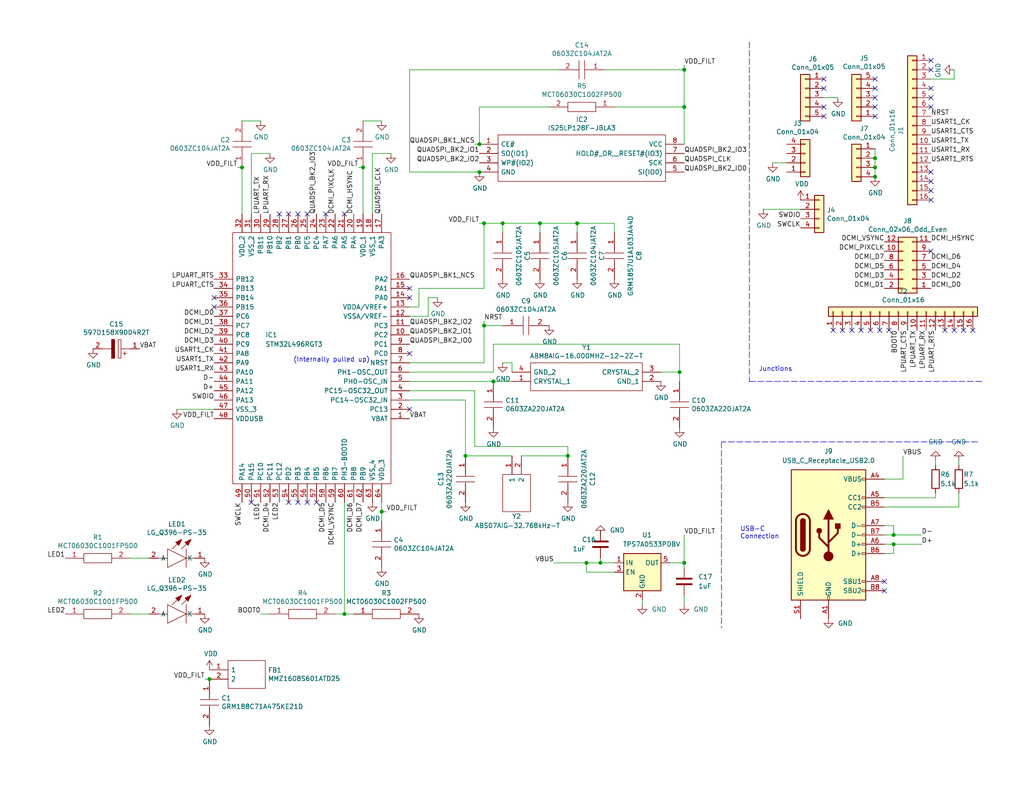
<source format=kicad_sch>
(kicad_sch (version 20211123) (generator eeschema)
  (paper "USLetter")
  (lib_symbols
    (symbol "Connector:USB_C_Receptacle_USB2.0" (pin_names (offset 1.016))
      (property "Reference" "J" (at -10.16 19.05 0))
      (property "Value" "USB_C_Receptacle_USB2.0" (at 19.05 19.05 0))
      (symbol "USB_C_Receptacle_USB2.0_1_1"
        (pin passive line (at 0 -22.86 90) (length 5.08) (name "GND") (number "A1"))
        (pin passive line (at 0 -22.86 90) (length 5.08) hide (name "GND") (number "A12"))
        (pin passive line (at 15.24 15.24 180) (length 5.08) (name "VBUS") (number "A4"))
        (pin bidirectional line (at 15.24 10.16 180) (length 5.08) (name "CC1") (number "A5"))
        (pin bidirectional line (at 15.24 -2.54 180) (length 5.08) (name "D+") (number "A6"))
        (pin bidirectional line (at 15.24 2.54 180) (length 5.08) (name "D-") (number "A7"))
        (pin bidirectional line (at 15.24 -12.7 180) (length 5.08) (name "SBU1") (number "A8"))
        (pin passive line (at 15.24 15.24 180) (length 5.08) hide (name "VBUS") (number "A9"))
        (pin passive line (at 0 -22.86 90) (length 5.08) hide (name "GND") (number "B1"))
        (pin passive line (at 0 -22.86 90) (length 5.08) hide (name "GND") (number "B12"))
        (pin passive line (at 15.24 15.24 180) (length 5.08) hide (name "VBUS") (number "B4"))
        (pin bidirectional line (at 15.24 7.62 180) (length 5.08) (name "CC2") (number "B5"))
        (pin bidirectional line (at 15.24 -5.08 180) (length 5.08) (name "D+") (number "B6"))
        (pin bidirectional line (at 15.24 0 180) (length 5.08) (name "D-") (number "B7"))
        (pin bidirectional line (at 15.24 -15.24 180) (length 5.08) (name "SBU2") (number "B8"))
        (pin passive line (at 15.24 15.24 180) (length 5.08) hide (name "VBUS") (number "B9"))
        (pin passive line (at -7.62 -22.86 90) (length 5.08) (name "SHIELD") (number "S1"))
      )
    )
    (symbol "Connector_Generic:Conn_01x04" (pin_names (offset 1.016) hide)
      (property "Reference" "J" (at 0 5.08 0))
      (property "Value" "Conn_01x04" (at 0 -7.62 0))
      (symbol "Conn_01x04_1_1"
        (pin passive line (at -5.08 2.54 0) (length 3.81) (name "Pin_1") (number "1"))
        (pin passive line (at -5.08 0 0) (length 3.81) (name "Pin_2") (number "2"))
        (pin passive line (at -5.08 -2.54 0) (length 3.81) (name "Pin_3") (number "3"))
        (pin passive line (at -5.08 -5.08 0) (length 3.81) (name "Pin_4") (number "4"))
      )
    )
    (symbol "Connector_Generic:Conn_01x05" (pin_names (offset 1.016) hide)
      (property "Reference" "J" (at 0 7.62 0))
      (property "Value" "Conn_01x05" (at 0 -7.62 0))
      (symbol "Conn_01x05_1_1"
        (pin passive line (at -5.08 5.08 0) (length 3.81) (name "Pin_1") (number "1"))
        (pin passive line (at -5.08 2.54 0) (length 3.81) (name "Pin_2") (number "2"))
        (pin passive line (at -5.08 0 0) (length 3.81) (name "Pin_3") (number "3"))
        (pin passive line (at -5.08 -2.54 0) (length 3.81) (name "Pin_4") (number "4"))
        (pin passive line (at -5.08 -5.08 0) (length 3.81) (name "Pin_5") (number "5"))
      )
    )
    (symbol "Connector_Generic:Conn_01x16" (pin_names (offset 1.016) hide)
      (property "Reference" "J" (at 0 20.32 0))
      (property "Value" "Conn_01x16" (at 0 -22.86 0))
      (symbol "Conn_01x16_1_1"
        (pin passive line (at -5.08 17.78 0) (length 3.81) (name "Pin_1") (number "1"))
        (pin passive line (at -5.08 -5.08 0) (length 3.81) (name "Pin_10") (number "10"))
        (pin passive line (at -5.08 -7.62 0) (length 3.81) (name "Pin_11") (number "11"))
        (pin passive line (at -5.08 -10.16 0) (length 3.81) (name "Pin_12") (number "12"))
        (pin passive line (at -5.08 -12.7 0) (length 3.81) (name "Pin_13") (number "13"))
        (pin passive line (at -5.08 -15.24 0) (length 3.81) (name "Pin_14") (number "14"))
        (pin passive line (at -5.08 -17.78 0) (length 3.81) (name "Pin_15") (number "15"))
        (pin passive line (at -5.08 -20.32 0) (length 3.81) (name "Pin_16") (number "16"))
        (pin passive line (at -5.08 15.24 0) (length 3.81) (name "Pin_2") (number "2"))
        (pin passive line (at -5.08 12.7 0) (length 3.81) (name "Pin_3") (number "3"))
        (pin passive line (at -5.08 10.16 0) (length 3.81) (name "Pin_4") (number "4"))
        (pin passive line (at -5.08 7.62 0) (length 3.81) (name "Pin_5") (number "5"))
        (pin passive line (at -5.08 5.08 0) (length 3.81) (name "Pin_6") (number "6"))
        (pin passive line (at -5.08 2.54 0) (length 3.81) (name "Pin_7") (number "7"))
        (pin passive line (at -5.08 0 0) (length 3.81) (name "Pin_8") (number "8"))
        (pin passive line (at -5.08 -2.54 0) (length 3.81) (name "Pin_9") (number "9"))
      )
    )
    (symbol "Connector_Generic:Conn_02x06_Odd_Even" (pin_names (offset 1.016) hide)
      (property "Reference" "J" (at 1.27 7.62 0))
      (property "Value" "Conn_02x06_Odd_Even" (at 1.27 -10.16 0))
      (symbol "Conn_02x06_Odd_Even_1_1"
        (pin passive line (at -5.08 5.08 0) (length 3.81) (name "Pin_1") (number "1"))
        (pin passive line (at 7.62 -5.08 180) (length 3.81) (name "Pin_10") (number "10"))
        (pin passive line (at -5.08 -7.62 0) (length 3.81) (name "Pin_11") (number "11"))
        (pin passive line (at 7.62 -7.62 180) (length 3.81) (name "Pin_12") (number "12"))
        (pin passive line (at 7.62 5.08 180) (length 3.81) (name "Pin_2") (number "2"))
        (pin passive line (at -5.08 2.54 0) (length 3.81) (name "Pin_3") (number "3"))
        (pin passive line (at 7.62 2.54 180) (length 3.81) (name "Pin_4") (number "4"))
        (pin passive line (at -5.08 0 0) (length 3.81) (name "Pin_5") (number "5"))
        (pin passive line (at 7.62 0 180) (length 3.81) (name "Pin_6") (number "6"))
        (pin passive line (at -5.08 -2.54 0) (length 3.81) (name "Pin_7") (number "7"))
        (pin passive line (at 7.62 -2.54 180) (length 3.81) (name "Pin_8") (number "8"))
        (pin passive line (at -5.08 -5.08 0) (length 3.81) (name "Pin_9") (number "9"))
      )
    )
    (symbol "Device:C" (pin_numbers hide) (pin_names (offset 0.254))
      (property "Reference" "C" (at 0.635 2.54 0))
      (property "Value" "C" (at 0.635 -2.54 0))
      (symbol "C_1_1"
        (pin passive line (at 0 3.81 270) (length 2.794) (name "~") (number "1"))
        (pin passive line (at 0 -3.81 90) (length 2.794) (name "~") (number "2"))
      )
    )
    (symbol "Device:R" (pin_numbers hide) (pin_names (offset 0))
      (property "Reference" "R" (at 2.032 0 90))
      (property "Value" "R" (at 0 0 90))
      (symbol "R_1_1"
        (pin passive line (at 0 3.81 270) (length 1.27) (name "~") (number "1"))
        (pin passive line (at 0 -3.81 90) (length 1.27) (name "~") (number "2"))
      )
    )
    (symbol "Regulator_Linear:TPS7A0533PDBV"
      (property "Reference" "U" (at -3.81 6.35 0))
      (property "Value" "TPS7A0533PDBV" (at 6.35 6.35 0))
      (symbol "TPS7A0533PDBV_0_1"
        (pin power_in line (at -7.62 2.54 0) (length 2.54) (name "IN") (number "1"))
        (pin power_in line (at 0 -7.62 90) (length 2.54) (name "GND") (number "2"))
        (pin input line (at -7.62 0 0) (length 2.54) (name "EN") (number "3"))
        (pin no_connect line (at 5.08 0 180) (length 2.54) hide (name "NC") (number "4"))
        (pin power_out line (at 7.62 2.54 180) (length 2.54) (name "OUT") (number "5"))
      )
    )
    (symbol "power:GND" (power) (pin_names (offset 0))
      (property "Value" "GND" (at 0 -3.81 0))
      (symbol "GND_1_1"
        (pin power_in line (at 0 0 270) (length 0) hide (name "GND") (number "1"))
      )
    )
    (symbol "power:VDD" (power) (pin_names (offset 0))
      (property "Value" "VDD" (at 0 3.81 0))
      (symbol "VDD_1_1"
        (pin power_in line (at 0 0 90) (length 0) hide (name "VDD") (number "1"))
      )
    )
    (symbol "ta-expt:0603ZA220JAT2A" (pin_names (offset 0.762))
      (property "Reference" "C" (at 8.89 6.35 0))
      (property "Value" "0603ZA220JAT2A" (at 8.89 3.81 0))
      (symbol "0603ZA220JAT2A_0_0"
        (pin passive line (at 0 0 0) (length 5.08) (name "~") (number "1"))
        (pin passive line (at 12.7 0 180) (length 5.08) (name "~") (number "2"))
      )
    )
    (symbol "ta-expt:0603ZC104JAT2A" (pin_names (offset 0.762))
      (property "Reference" "C" (at 8.89 6.35 0))
      (property "Value" "0603ZC104JAT2A" (at 8.89 3.81 0))
      (symbol "0603ZC104JAT2A_0_0"
        (pin passive line (at 0 0 0) (length 5.08) (name "~") (number "1"))
        (pin passive line (at 12.7 0 180) (length 5.08) (name "~") (number "2"))
      )
    )
    (symbol "ta-expt:0603ZC105JAT2A" (pin_names (offset 0.762))
      (property "Reference" "C" (at 8.89 6.35 0))
      (property "Value" "0603ZC105JAT2A" (at 8.89 3.81 0))
      (symbol "0603ZC105JAT2A_0_0"
        (pin passive line (at 0 0 0) (length 5.08) (name "~") (number "1"))
        (pin passive line (at 12.7 0 180) (length 5.08) (name "~") (number "2"))
      )
    )
    (symbol "ta-expt:597D158X9004R2T" (pin_names (offset 0.762))
      (property "Reference" "C" (at 8.89 6.35 0))
      (property "Value" "597D158X9004R2T" (at 8.89 3.81 0))
      (symbol "597D158X9004R2T_0_0"
        (pin passive line (at 0 0 0) (length 2.54) (name "~") (number "1"))
        (pin passive line (at 12.7 0 180) (length 2.54) (name "~") (number "2"))
      )
    )
    (symbol "ta-expt:ABM8AIG-16.000MHZ-12-2Z-T" (pin_names (offset 0.762))
      (property "Reference" "Y" (at 36.83 7.62 0))
      (property "Value" "ABM8AIG-16.000MHZ-12-2Z-T" (at 36.83 5.08 0))
      (symbol "ABM8AIG-16.000MHZ-12-2Z-T_0_0"
        (pin passive line (at 0 -2.54 0) (length 5.08) (name "CRYSTAL_1") (number "1"))
        (pin passive line (at 40.64 -2.54 180) (length 5.08) (name "GND_1") (number "2"))
        (pin passive line (at 40.64 0 180) (length 5.08) (name "CRYSTAL_2") (number "3"))
        (pin passive line (at 0 0 0) (length 5.08) (name "GND_2") (number "4"))
      )
    )
    (symbol "ta-expt:ABS07AIG-32.768kHz-T" (pin_names (offset 0.762))
      (property "Reference" "Y" (at 16.51 7.62 0))
      (property "Value" "ABS07AIG-32.768kHz-T" (at 16.51 5.08 0))
      (symbol "ABS07AIG-32.768kHz-T_0_0"
        (pin passive line (at 0 0 0) (length 5.08) (name "1") (number "1"))
        (pin passive line (at 0 -2.54 0) (length 5.08) (name "2") (number "2"))
      )
    )
    (symbol "ta-expt:GRM1857U1A103JA44D" (pin_names (offset 0.762))
      (property "Reference" "C" (at 8.89 6.35 0))
      (property "Value" "GRM1857U1A103JA44D" (at 8.89 3.81 0))
      (symbol "GRM1857U1A103JA44D_0_0"
        (pin passive line (at 0 0 0) (length 5.08) (name "~") (number "1"))
        (pin passive line (at 12.7 0 180) (length 5.08) (name "~") (number "2"))
      )
    )
    (symbol "ta-expt:GRM188C71A475KE21D" (pin_names (offset 0.762))
      (property "Reference" "C" (at 8.89 6.35 0))
      (property "Value" "GRM188C71A475KE21D" (at 8.89 3.81 0))
      (symbol "GRM188C71A475KE21D_0_0"
        (pin passive line (at 0 0 0) (length 5.08) (name "~") (number "1"))
        (pin passive line (at 12.7 0 180) (length 5.08) (name "~") (number "2"))
      )
    )
    (symbol "ta-expt:IS25LP128F-JBLA3" (pin_names (offset 0.762))
      (property "Reference" "IC" (at 52.07 7.62 0))
      (property "Value" "IS25LP128F-JBLA3" (at 52.07 5.08 0))
      (symbol "IS25LP128F-JBLA3_0_0"
        (pin passive line (at 0 0 0) (length 5.08) (name "CE#") (number "1"))
        (pin passive line (at 0 -2.54 0) (length 5.08) (name "SO(IO1)") (number "2"))
        (pin passive line (at 0 -5.08 0) (length 5.08) (name "WP#(IO2)") (number "3"))
        (pin passive line (at 0 -7.62 0) (length 5.08) (name "GND") (number "4"))
        (pin passive line (at 55.88 -7.62 180) (length 5.08) (name "SI(IO0)") (number "5"))
        (pin passive line (at 55.88 -5.08 180) (length 5.08) (name "SCK") (number "6"))
        (pin passive line (at 55.88 -2.54 180) (length 5.08) (name "HOLD#_OR__RESET#(IO3)") (number "7"))
        (pin passive line (at 55.88 0 180) (length 5.08) (name "VCC") (number "8"))
      )
    )
    (symbol "ta-expt:LG_Q396-PS-35" (pin_names (offset 0.762))
      (property "Reference" "LED" (at 12.7 8.89 0))
      (property "Value" "LG_Q396-PS-35" (at 12.7 6.35 0))
      (symbol "LG_Q396-PS-35_0_0"
        (pin passive line (at 0 0 0) (length 2.54) (name "K") (number "1"))
        (pin passive line (at 15.24 0 180) (length 2.54) (name "A") (number "2"))
      )
    )
    (symbol "ta-expt:MCT06030C1001FP500" (pin_names (offset 0.762))
      (property "Reference" "R" (at 13.97 6.35 0))
      (property "Value" "MCT06030C1001FP500" (at 13.97 3.81 0))
      (symbol "MCT06030C1001FP500_0_0"
        (pin passive line (at 0 0 0) (length 5.08) (name "~") (number "1"))
        (pin passive line (at 17.78 0 180) (length 5.08) (name "~") (number "2"))
      )
    )
    (symbol "ta-expt:MCT06030C1002FP500" (pin_names (offset 0.762))
      (property "Reference" "R" (at 13.97 6.35 0))
      (property "Value" "MCT06030C1002FP500" (at 13.97 3.81 0))
      (symbol "MCT06030C1002FP500_0_0"
        (pin passive line (at 0 0 0) (length 5.08) (name "~") (number "1"))
        (pin passive line (at 17.78 0 180) (length 5.08) (name "~") (number "2"))
      )
    )
    (symbol "ta-expt:MMZ1608S601ATD25" (pin_names (offset 0.762))
      (property "Reference" "FB" (at 16.51 7.62 0))
      (property "Value" "MMZ1608S601ATD25" (at 16.51 5.08 0))
      (symbol "MMZ1608S601ATD25_0_0"
        (pin passive line (at 0 0 0) (length 5.08) (name "1") (number "1"))
        (pin passive line (at 0 -2.54 0) (length 5.08) (name "2") (number "2"))
      )
    )
    (symbol "ta-expt:STM32L496RGT3" (pin_names (offset 0.762))
      (property "Reference" "IC" (at 49.53 22.86 0))
      (property "Value" "STM32L496RGT3" (at 49.53 20.32 0))
      (symbol "STM32L496RGT3_0_0"
        (pin passive line (at 0 0 0) (length 5.08) (name "VBAT") (number "1"))
        (pin passive line (at 0 -22.86 0) (length 5.08) (name "PC2") (number "10"))
        (pin passive line (at 0 -25.4 0) (length 5.08) (name "PC3") (number "11"))
        (pin passive line (at 0 -27.94 0) (length 5.08) (name "VSSA/VREF-") (number "12"))
        (pin passive line (at 0 -30.48 0) (length 5.08) (name "VDDA/VREF+") (number "13"))
        (pin passive line (at 0 -33.02 0) (length 5.08) (name "PA0") (number "14"))
        (pin passive line (at 0 -35.56 0) (length 5.08) (name "PA1") (number "15"))
        (pin passive line (at 0 -38.1 0) (length 5.08) (name "PA2") (number "16"))
        (pin passive line (at 7.62 -55.88 90) (length 5.08) (name "PA3") (number "17"))
        (pin passive line (at 10.16 -55.88 90) (length 5.08) (name "VSS_1") (number "18"))
        (pin passive line (at 12.7 -55.88 90) (length 5.08) (name "VDD_1") (number "19"))
        (pin passive line (at 0 -2.54 0) (length 5.08) (name "PC13") (number "2"))
        (pin passive line (at 15.24 -55.88 90) (length 5.08) (name "PA4") (number "20"))
        (pin passive line (at 17.78 -55.88 90) (length 5.08) (name "PA5") (number "21"))
        (pin passive line (at 20.32 -55.88 90) (length 5.08) (name "PA6") (number "22"))
        (pin passive line (at 22.86 -55.88 90) (length 5.08) (name "PA7") (number "23"))
        (pin passive line (at 25.4 -55.88 90) (length 5.08) (name "PC4") (number "24"))
        (pin passive line (at 27.94 -55.88 90) (length 5.08) (name "PC5") (number "25"))
        (pin passive line (at 30.48 -55.88 90) (length 5.08) (name "PB0") (number "26"))
        (pin passive line (at 33.02 -55.88 90) (length 5.08) (name "PB1") (number "27"))
        (pin passive line (at 35.56 -55.88 90) (length 5.08) (name "PB2") (number "28"))
        (pin passive line (at 38.1 -55.88 90) (length 5.08) (name "PB10") (number "29"))
        (pin passive line (at 0 -5.08 0) (length 5.08) (name "PC14-OSC32_IN") (number "3"))
        (pin passive line (at 40.64 -55.88 90) (length 5.08) (name "PB11") (number "30"))
        (pin passive line (at 43.18 -55.88 90) (length 5.08) (name "VSS_2") (number "31"))
        (pin passive line (at 45.72 -55.88 90) (length 5.08) (name "VDD_2") (number "32"))
        (pin passive line (at 53.34 -38.1 180) (length 5.08) (name "PB12") (number "33"))
        (pin passive line (at 53.34 -35.56 180) (length 5.08) (name "PB13") (number "34"))
        (pin passive line (at 53.34 -33.02 180) (length 5.08) (name "PB14") (number "35"))
        (pin passive line (at 53.34 -30.48 180) (length 5.08) (name "PB15") (number "36"))
        (pin passive line (at 53.34 -27.94 180) (length 5.08) (name "PC6") (number "37"))
        (pin passive line (at 53.34 -25.4 180) (length 5.08) (name "PC7") (number "38"))
        (pin passive line (at 53.34 -22.86 180) (length 5.08) (name "PC8") (number "39"))
        (pin passive line (at 0 -7.62 0) (length 5.08) (name "PC15-OSC32_OUT") (number "4"))
        (pin passive line (at 53.34 -20.32 180) (length 5.08) (name "PC9") (number "40"))
        (pin passive line (at 53.34 -17.78 180) (length 5.08) (name "PA8") (number "41"))
        (pin passive line (at 53.34 -15.24 180) (length 5.08) (name "PA9") (number "42"))
        (pin passive line (at 53.34 -12.7 180) (length 5.08) (name "PA10") (number "43"))
        (pin passive line (at 53.34 -10.16 180) (length 5.08) (name "PA11") (number "44"))
        (pin passive line (at 53.34 -7.62 180) (length 5.08) (name "PA12") (number "45"))
        (pin passive line (at 53.34 -5.08 180) (length 5.08) (name "PA13") (number "46"))
        (pin passive line (at 53.34 -2.54 180) (length 5.08) (name "VSS_3") (number "47"))
        (pin passive line (at 53.34 0 180) (length 5.08) (name "VDDUSB") (number "48"))
        (pin passive line (at 45.72 22.86 270) (length 5.08) (name "PA14") (number "49"))
        (pin passive line (at 0 -10.16 0) (length 5.08) (name "PH0-OSC_IN") (number "5"))
        (pin passive line (at 43.18 22.86 270) (length 5.08) (name "PA15") (number "50"))
        (pin passive line (at 40.64 22.86 270) (length 5.08) (name "PC10") (number "51"))
        (pin passive line (at 38.1 22.86 270) (length 5.08) (name "PC11") (number "52"))
        (pin passive line (at 35.56 22.86 270) (length 5.08) (name "PC12") (number "53"))
        (pin passive line (at 33.02 22.86 270) (length 5.08) (name "PD2") (number "54"))
        (pin passive line (at 30.48 22.86 270) (length 5.08) (name "PB3") (number "55"))
        (pin passive line (at 27.94 22.86 270) (length 5.08) (name "PB4") (number "56"))
        (pin passive line (at 25.4 22.86 270) (length 5.08) (name "PB5") (number "57"))
        (pin passive line (at 22.86 22.86 270) (length 5.08) (name "PB6") (number "58"))
        (pin passive line (at 20.32 22.86 270) (length 5.08) (name "PB7") (number "59"))
        (pin passive line (at 0 -12.7 0) (length 5.08) (name "PH1-OSC_OUT") (number "6"))
        (pin passive line (at 17.78 22.86 270) (length 5.08) (name "PH3-BOOT0") (number "60"))
        (pin passive line (at 15.24 22.86 270) (length 5.08) (name "PB8") (number "61"))
        (pin passive line (at 12.7 22.86 270) (length 5.08) (name "PB9") (number "62"))
        (pin passive line (at 10.16 22.86 270) (length 5.08) (name "VSS_4") (number "63"))
        (pin passive line (at 7.62 22.86 270) (length 5.08) (name "VDD_3") (number "64"))
        (pin passive line (at 0 -15.24 0) (length 5.08) (name "NRST") (number "7"))
        (pin passive line (at 0 -17.78 0) (length 5.08) (name "PC0") (number "8"))
        (pin passive line (at 0 -20.32 0) (length 5.08) (name "PC1") (number "9"))
      )
    )
  )
  (junction (at 127 124.46))
  (junction (at 93.98 167.64))
  (junction (at 163.83 153.67))
  (junction (at 134.62 104.14))
  (junction (at 130.81 39.37))
  (junction (at 147.32 60.96))
  (junction (at 132.08 60.96))
  (junction (at 132.08 88.9))
  (junction (at 57.15 185.42))
  (junction (at 99.06 45.72))
  (junction (at 243.84 146.05))
  (junction (at 238.76 48.26))
  (junction (at 137.16 60.96))
  (junction (at 185.42 101.6))
  (junction (at 160.02 153.67))
  (junction (at 130.81 46.99))
  (junction (at 238.76 45.72))
  (junction (at 238.76 43.18))
  (junction (at 186.69 153.67))
  (junction (at 66.04 45.72))
  (junction (at 243.84 148.59))
  (junction (at 157.48 60.96))
  (junction (at 186.69 19.05))
  (junction (at 154.94 124.46))
  (junction (at 104.14 139.7))
  (junction (at 186.69 29.21))
  (no_connect (at 76.2 58.42))
  (no_connect (at 242.57 90.17))
  (no_connect (at 254 68.58))
  (no_connect (at 262.89 90.17))
  (no_connect (at 254 49.53))
  (no_connect (at 88.9 58.42))
  (no_connect (at 254 26.67))
  (no_connect (at 78.74 137.16))
  (no_connect (at 238.76 21.59))
  (no_connect (at 238.76 31.75))
  (no_connect (at 240.03 90.17))
  (no_connect (at 265.43 90.17))
  (no_connect (at 234.95 90.17))
  (no_connect (at 83.82 58.42))
  (no_connect (at 232.41 90.17))
  (no_connect (at 224.79 31.75))
  (no_connect (at 224.79 24.13))
  (no_connect (at 86.36 137.16))
  (no_connect (at 58.42 81.28))
  (no_connect (at 111.76 81.28))
  (no_connect (at 254 29.21))
  (no_connect (at 254 16.51))
  (no_connect (at 58.42 83.82))
  (no_connect (at 241.3 161.29))
  (no_connect (at 241.3 158.75))
  (no_connect (at 81.28 58.42))
  (no_connect (at 81.28 137.16))
  (no_connect (at 237.49 90.17))
  (no_connect (at 227.33 90.17))
  (no_connect (at 68.58 137.16))
  (no_connect (at 111.76 111.76))
  (no_connect (at 260.35 90.17))
  (no_connect (at 78.74 58.42))
  (no_connect (at 254 46.99))
  (no_connect (at 224.79 29.21))
  (no_connect (at 111.76 96.52))
  (no_connect (at 238.76 26.67))
  (no_connect (at 93.98 58.42))
  (no_connect (at 254 54.61))
  (no_connect (at 257.81 90.17))
  (no_connect (at 224.79 21.59))
  (no_connect (at 254 24.13))
  (no_connect (at 229.87 90.17))
  (no_connect (at 254 19.05))
  (no_connect (at 83.82 137.16))
  (no_connect (at 111.76 78.74))
  (no_connect (at 238.76 24.13))
  (no_connect (at 238.76 29.21))
  (no_connect (at 254 52.07))
  (wire (pts (xy 238.76 48.26) (xy 238.76 45.72)))
  (wire (pts (xy 137.16 88.9) (xy 132.08 88.9)))
  (wire (pts (xy 208.28 57.15) (xy 218.44 57.15)))
  (wire (pts (xy 185.42 93.98) (xy 185.42 101.6)))
  (wire (pts (xy 111.76 46.99) (xy 111.76 19.05)))
  (wire (pts (xy 243.84 148.59) (xy 251.46 148.59)))
  (wire (pts (xy 99.06 33.02) (xy 104.14 33.02)))
  (wire (pts (xy 132.08 60.96) (xy 132.08 78.74)))
  (wire (pts (xy 71.12 167.64) (xy 73.66 167.64)))
  (wire (pts (xy 132.08 88.9) (xy 132.08 99.06)))
  (wire (pts (xy 186.69 153.67) (xy 186.69 154.94)))
  (wire (pts (xy 160.02 156.21) (xy 160.02 153.67)))
  (wire (pts (xy 57.15 185.42) (xy 55.88 185.42)))
  (wire (pts (xy 137.16 99.06) (xy 139.7 99.06)))
  (polyline (pts (xy 196.85 120.65) (xy 196.85 171.45)))
  (wire (pts (xy 180.34 101.6) (xy 185.42 101.6)))
  (wire (pts (xy 111.76 99.06) (xy 132.08 99.06)))
  (wire (pts (xy 134.62 104.14) (xy 139.7 104.14)))
  (wire (pts (xy 167.64 156.21) (xy 160.02 156.21)))
  (wire (pts (xy 137.16 60.96) (xy 147.32 60.96)))
  (wire (pts (xy 130.81 39.37) (xy 129.54 39.37)))
  (polyline (pts (xy 204.47 104.14) (xy 267.97 104.14)))
  (wire (pts (xy 66.04 58.42) (xy 66.04 45.72)))
  (wire (pts (xy 154.94 121.92) (xy 154.94 124.46)))
  (wire (pts (xy 243.84 146.05) (xy 251.46 146.05)))
  (wire (pts (xy 101.6 41.91) (xy 106.68 41.91)))
  (wire (pts (xy 134.62 93.98) (xy 185.42 93.98)))
  (wire (pts (xy 111.76 83.82) (xy 114.3 83.82)))
  (wire (pts (xy 255.27 125.73) (xy 255.27 127)))
  (wire (pts (xy 99.06 58.42) (xy 99.06 45.72)))
  (wire (pts (xy 241.3 130.81) (xy 246.38 130.81)))
  (wire (pts (xy 186.69 19.05) (xy 186.69 29.21)))
  (wire (pts (xy 91.44 167.64) (xy 93.98 167.64)))
  (wire (pts (xy 255.27 135.89) (xy 255.27 134.62)))
  (wire (pts (xy 104.14 137.16) (xy 104.14 139.7)))
  (wire (pts (xy 111.76 19.05) (xy 152.4 19.05)))
  (wire (pts (xy 68.58 41.91) (xy 73.66 41.91)))
  (wire (pts (xy 111.76 86.36) (xy 116.84 86.36)))
  (wire (pts (xy 35.56 167.64) (xy 40.64 167.64)))
  (wire (pts (xy 111.76 104.14) (xy 134.62 104.14)))
  (wire (pts (xy 111.76 106.68) (xy 129.54 106.68)))
  (wire (pts (xy 186.69 146.05) (xy 186.69 153.67)))
  (wire (pts (xy 186.69 39.37) (xy 186.69 29.21)))
  (wire (pts (xy 238.76 43.18) (xy 238.76 40.64)))
  (wire (pts (xy 114.3 83.82) (xy 114.3 78.74)))
  (wire (pts (xy 261.62 125.73) (xy 261.62 127)))
  (wire (pts (xy 241.3 135.89) (xy 255.27 135.89)))
  (wire (pts (xy 175.26 165.1) (xy 175.26 163.83)))
  (wire (pts (xy 130.81 46.99) (xy 111.76 46.99)))
  (wire (pts (xy 246.38 130.81) (xy 246.38 124.46)))
  (wire (pts (xy 167.64 60.96) (xy 167.64 63.5)))
  (wire (pts (xy 93.98 137.16) (xy 93.98 167.64)))
  (wire (pts (xy 228.6 26.67) (xy 224.79 26.67)))
  (wire (pts (xy 127 109.22) (xy 127 124.46)))
  (wire (pts (xy 127 124.46) (xy 139.7 124.46)))
  (wire (pts (xy 241.3 151.13) (xy 243.84 151.13)))
  (wire (pts (xy 114.3 78.74) (xy 132.08 78.74)))
  (polyline (pts (xy 266.7 120.65) (xy 196.85 120.65)))
  (wire (pts (xy 163.83 153.67) (xy 167.64 153.67)))
  (wire (pts (xy 134.62 101.6) (xy 134.62 93.98)))
  (wire (pts (xy 241.3 148.59) (xy 243.84 148.59)))
  (wire (pts (xy 163.83 144.78) (xy 163.83 146.05)))
  (wire (pts (xy 66.04 33.02) (xy 71.12 33.02)))
  (wire (pts (xy 186.69 29.21) (xy 167.64 29.21)))
  (wire (pts (xy 157.48 63.5) (xy 157.48 60.96)))
  (wire (pts (xy 111.76 101.6) (xy 134.62 101.6)))
  (wire (pts (xy 137.16 63.5) (xy 137.16 60.96)))
  (wire (pts (xy 35.56 152.4) (xy 40.64 152.4)))
  (wire (pts (xy 185.42 101.6) (xy 185.42 104.14)))
  (wire (pts (xy 254 21.59) (xy 260.35 21.59)))
  (wire (pts (xy 142.24 124.46) (xy 154.94 124.46)))
  (wire (pts (xy 147.32 60.96) (xy 157.48 60.96)))
  (wire (pts (xy 214.63 44.45) (xy 210.82 44.45)))
  (wire (pts (xy 147.32 63.5) (xy 147.32 60.96)))
  (wire (pts (xy 182.88 153.67) (xy 186.69 153.67)))
  (wire (pts (xy 139.7 99.06) (xy 139.7 101.6)))
  (wire (pts (xy 129.54 121.92) (xy 154.94 121.92)))
  (wire (pts (xy 163.83 152.4) (xy 163.83 153.67)))
  (wire (pts (xy 58.42 111.76) (xy 48.26 111.76)))
  (wire (pts (xy 160.02 153.67) (xy 163.83 153.67)))
  (wire (pts (xy 132.08 87.63) (xy 132.08 88.9)))
  (wire (pts (xy 151.13 153.67) (xy 160.02 153.67)))
  (wire (pts (xy 66.04 45.72) (xy 64.77 45.72)))
  (wire (pts (xy 116.84 81.28) (xy 119.38 81.28)))
  (wire (pts (xy 130.81 29.21) (xy 149.86 29.21)))
  (wire (pts (xy 238.76 45.72) (xy 238.76 43.18)))
  (wire (pts (xy 99.06 45.72) (xy 97.79 45.72)))
  (wire (pts (xy 104.14 142.24) (xy 104.14 139.7)))
  (wire (pts (xy 130.81 39.37) (xy 130.81 29.21)))
  (wire (pts (xy 261.62 138.43) (xy 261.62 134.62)))
  (wire (pts (xy 116.84 86.36) (xy 116.84 81.28)))
  (wire (pts (xy 241.3 143.51) (xy 243.84 143.51)))
  (wire (pts (xy 129.54 106.68) (xy 129.54 121.92)))
  (wire (pts (xy 132.08 60.96) (xy 137.16 60.96)))
  (wire (pts (xy 243.84 148.59) (xy 243.84 151.13)))
  (polyline (pts (xy 204.47 11.43) (xy 204.47 104.14)))
  (wire (pts (xy 104.14 139.7) (xy 105.41 139.7)))
  (wire (pts (xy 260.35 21.59) (xy 260.35 19.05)))
  (wire (pts (xy 101.6 58.42) (xy 101.6 41.91)))
  (wire (pts (xy 93.98 167.64) (xy 96.52 167.64)))
  (wire (pts (xy 243.84 146.05) (xy 241.3 146.05)))
  (wire (pts (xy 157.48 60.96) (xy 167.64 60.96)))
  (wire (pts (xy 241.3 138.43) (xy 261.62 138.43)))
  (wire (pts (xy 111.76 109.22) (xy 127 109.22)))
  (wire (pts (xy 68.58 58.42) (xy 68.58 41.91)))
  (wire (pts (xy 165.1 19.05) (xy 186.69 19.05)))
  (wire (pts (xy 186.69 165.1) (xy 186.69 162.56)))
  (wire (pts (xy 132.08 60.96) (xy 130.81 60.96)))
  (wire (pts (xy 186.69 19.05) (xy 186.69 17.78)))
  (wire (pts (xy 243.84 143.51) (xy 243.84 146.05)))
  (text "Junctions" (at 207.01 101.6 0) (effects (font (size 1.27 1.27)) (justify left bottom)))
  (text "(Internally pulled up)" (at 80.01 99.06 0) (effects (font (size 1.27 1.27)) (justify left bottom)))
  (text "USB-C \nConnection" (at 201.93 147.32 0) (effects (font (size 1.27 1.27)) (justify left bottom)))
  (label "LPUART_TX" (at 250.19 90.17 270))
  (label "USART1_CK" (at 58.42 96.52 180))
  (label "D-" (at 251.46 146.05 0))
  (label "SWCLK" (at 66.04 137.16 270))
  (label "QUADSPI_BK2_IO1" (at 130.81 41.91 180))
  (label "NRST" (at 132.08 87.63 0))
  (label "USART1_CTS" (at 254 36.83 0))
  (label "DCMI_D0" (at 254 78.74 0))
  (label "DCMI_D6" (at 254 71.12 0))
  (label "VBUS" (at 246.38 124.46 0))
  (label "USART1_RX" (at 254 41.91 0))
  (label "DCMI_D2" (at 254 76.2 0))
  (label "VDD_FILT" (at 55.88 185.42 180))
  (label "NRST" (at 254 31.75 0))
  (label "DCMI_D1" (at 241.3 78.74 180))
  (label "QUADSPI_BK2_IO2" (at 111.76 88.9 0))
  (label "DCMI_PIXCLK" (at 241.3 68.58 180))
  (label "DCMI_D4" (at 73.66 137.16 270))
  (label "QUADSPI_CLK" (at 104.14 58.42 90))
  (label "QUADSPI_BK1_NCS" (at 111.76 76.2 0))
  (label "DCMI_D3" (at 241.3 76.2 180))
  (label "DCMI_D6" (at 96.52 137.16 270))
  (label "LED2" (at 17.78 167.64 180))
  (label "D+" (at 251.46 148.59 0))
  (label "DCMI_HSYNC" (at 96.52 58.42 90))
  (label "LPUART_RX" (at 252.73 90.17 270))
  (label "LPUART_RX" (at 73.66 58.42 90))
  (label "LED1" (at 71.12 137.16 270))
  (label "QUADSPI_BK2_IO2" (at 130.81 44.45 180))
  (label "LPUART_TX" (at 71.12 58.42 90))
  (label "VBUS" (at 151.13 153.67 180))
  (label "VDD_FILT" (at 58.42 114.3 180))
  (label "VDD_FILT" (at 64.77 45.72 180))
  (label "DCMI_PIXCLK" (at 91.44 58.42 90))
  (label "VDD_FILT" (at 130.81 60.96 180))
  (label "VDD_FILT" (at 186.69 17.78 0))
  (label "LPUART_CTS" (at 58.42 78.74 180))
  (label "BOOT0" (at 245.11 90.17 270))
  (label "VBAT" (at 38.1 95.25 0))
  (label "QUADSPI_CLK" (at 186.69 44.45 0))
  (label "QUADSPI_BK2_IO3" (at 186.69 41.91 0))
  (label "DCMI_D1" (at 58.42 88.9 180))
  (label "LPUART_RTS" (at 255.27 90.17 270))
  (label "DCMI_VSYNC" (at 91.44 137.16 270))
  (label "LPUART_RTS" (at 58.42 76.2 180))
  (label "DCMI_D7" (at 241.3 71.12 180))
  (label "DCMI_VSYNC" (at 241.3 66.04 180))
  (label "QUADSPI_BK2_IO0" (at 111.76 93.98 0))
  (label "VDD_FILT" (at 186.69 146.05 0))
  (label "DCMI_D4" (at 254 73.66 0))
  (label "USART1_CK" (at 254 34.29 0))
  (label "D-" (at 58.42 104.14 180))
  (label "LED1" (at 17.78 152.4 180))
  (label "DCMI_D3" (at 58.42 93.98 180))
  (label "D+" (at 58.42 106.68 180))
  (label "SWCLK" (at 218.44 62.23 180))
  (label "DCMI_D5" (at 241.3 73.66 180))
  (label "USART1_TX" (at 58.42 99.06 180))
  (label "DCMI_HSYNC" (at 254 66.04 0))
  (label "DCMI_D2" (at 58.42 91.44 180))
  (label "DCMI_D7" (at 99.06 137.16 270))
  (label "BOOT0" (at 71.12 167.64 180))
  (label "SWDIO" (at 218.44 59.69 180))
  (label "SWDIO" (at 58.42 109.22 180))
  (label "QUADSPI_BK2_IO1" (at 111.76 91.44 0))
  (label "DCMI_D5" (at 88.9 137.16 270))
  (label "VDD_FILT" (at 105.41 139.7 0))
  (label "QUADSPI_BK2_IO3" (at 86.36 58.42 90))
  (label "USART1_TX" (at 254 39.37 0))
  (label "USART1_RTS" (at 254 44.45 0))
  (label "DCMI_D0" (at 58.42 86.36 180))
  (label "QUADSPI_BK2_IO0" (at 186.69 46.99 0))
  (label "USART1_RX" (at 58.42 101.6 180))
  (label "VBAT" (at 111.76 114.3 0))
  (label "VDD_FILT" (at 97.79 45.72 180))
  (label "LED2" (at 76.2 137.16 270))
  (label "LPUART_CTS" (at 247.65 90.17 270))
  (label "QUADSPI_BK1_NCS" (at 129.54 39.37 180))
  (symbol (lib_id "ta-expt:STM32L496RGT3") (at 111.76 114.3 180) (unit 1)
    (property "Reference" "IC1" (at 72.39 91.44 0) (effects (justify right)))
    (property "Value" "STM32L496RGT3" (at 72.39 93.98 0) (effects (justify right)))
    (property "Footprint" "ta-expt:QFP50P1200X1200X160-64N" (effects hide))
    (property "Datasheet" "https://mouser.componentsearchengine.com/Datasheets/2/STM32L496RGT3.pdf" (effects hide))
    (property "Description" "STMICROELECTRONICS - STM32L496RGT3 - MCU, ARM CORTEX-M4, 80MHZ, LQFP-64" (effects hide))
    (property "Height" "1.6" (effects hide))
    (property "Manufacturer_Name" "STMicroelectronics" (effects hide))
    (property "Manufacturer_Part_Number" "STM32L496RGT3" (effects hide))
    (property "Arrow Part Number" "STM32L496RGT3" (effects hide))
    (property "Arrow Price/Stock" "https://www.arrow.com/en/products/stm32l496rgt3/stmicroelectronics" (effects hide))
    (property "Mouser Part Number" "511-STM32L496RGT3" (effects hide))
    (property "Mouser Price/Stock" "https://www.mouser.co.uk/ProductDetail/STMicroelectronics/STM32L496RGT3?qs=Mv7BduZupUgeu9craF3rcg%3D%3D" (effects hide))
  )
  (symbol (lib_id "power:GND") (at 48.26 111.76 0) (unit 1)
    (property "Reference" "#PWR05" (effects hide))
    (property "Value" "GND" (at 48.387 116.1542 0))
  )
  (symbol (lib_id "power:GND") (at 101.6 137.16 0) (unit 1)
    (property "Reference" "#PWR012" (effects hide))
    (property "Value" "GND" (at 101.727 141.5542 0))
  )
  (symbol (lib_id "ta-expt:0603ZC104JAT2A") (at 104.14 142.24 270) (unit 1)
    (property "Reference" "C4" (at 107.3912 147.4216 90) (effects (justify left)))
    (property "Value" "0603ZC104JAT2A" (at 107.3912 149.733 90) (effects (justify left)))
    (property "Footprint" "ta-expt:CAPC1608X90N" (effects hide))
    (property "Datasheet" "https://componentsearchengine.com/Datasheets/1/06031A100FAT2A.pdf" (effects hide))
    (property "Description" "Multilayer Ceramic Capacitors MLCC - SMD/SMT 10V .1uF X7R 0603 5%" (effects hide))
    (property "Height" "0.9" (effects hide))
    (property "Manufacturer_Name" "AVX" (effects hide))
    (property "Manufacturer_Part_Number" "0603ZC104JAT2A" (effects hide))
    (property "Arrow Part Number" "0603ZC104JAT2A" (effects hide))
    (property "Mouser Part Number" "581-0603ZC104JAT2A" (effects hide))
    (property "Mouser Price/Stock" "https://www.mouser.com/Search/Refine.aspx?Keyword=581-0603ZC104JAT2A" (effects hide))
  )
  (symbol (lib_id "power:GND") (at 104.14 154.94 0) (unit 1)
    (property "Reference" "#PWR014" (effects hide))
    (property "Value" "GND" (at 104.267 159.3342 0))
  )
  (symbol (lib_id "ta-expt:MCT06030C1002FP500") (at 96.52 167.64 0) (unit 1)
    (property "Reference" "R3" (at 105.41 161.925 0))
    (property "Value" "MCT06030C1002FP500" (at 105.41 164.2364 0))
    (property "Footprint" "ta-expt:RESC1608X55N" (effects hide))
    (property "Datasheet" "http://www.vishay.com/docs/28705/mcx0x0xpro.pdf" (effects hide))
    (property "Description" "Thin Film Resistors - SMD .1W 10Kohms 1% 0603 50ppm Auto" (effects hide))
    (property "Height" "0.55" (effects hide))
    (property "Manufacturer_Name" "Vishay" (effects hide))
    (property "Manufacturer_Part_Number" "MCT06030C1002FP500" (effects hide))
    (property "Arrow Part Number" "MCT06030C1002FP500" (effects hide))
    (property "Mouser Part Number" "594-MCT06030C1002FP5" (effects hide))
    (property "Mouser Price/Stock" "https://www.mouser.co.uk/ProductDetail/Vishay-Beyschlag/MCT06030C1002FP500?qs=Wvg1umJc15zoHgIjwqoGHw%3D%3D" (effects hide))
  )
  (symbol (lib_id "ta-expt:MCT06030C1001FP500") (at 73.66 167.64 0) (unit 1)
    (property "Reference" "R4" (at 82.55 161.925 0))
    (property "Value" "MCT06030C1001FP500" (at 82.55 164.2364 0))
    (property "Footprint" "ta-expt:RESC1608X55N" (effects hide))
    (property "Datasheet" "http://www.vishay.com/docs/28705/mcx0x0xpro.pdf" (effects hide))
    (property "Description" "Thin Film Resistors - SMD .1W 1Kohm 1% 0603 50ppm Auto" (effects hide))
    (property "Height" "0.55" (effects hide))
    (property "Manufacturer_Name" "Vishay" (effects hide))
    (property "Manufacturer_Part_Number" "MCT06030C1001FP500" (effects hide))
    (property "Arrow Part Number" "MCT06030C1001FP500" (effects hide))
    (property "Mouser Part Number" "594-MCT06030C1001FP5" (effects hide))
    (property "Mouser Price/Stock" "https://www.mouser.co.uk/ProductDetail/Vishay-Beyschlag/MCT06030C1001FP500?qs=7ZE6F4QMOBbsjeUdqW8cwA%3D%3D" (effects hide))
  )
  (symbol (lib_id "power:GND") (at 114.3 167.64 0) (unit 1)
    (property "Reference" "#PWR016" (effects hide))
    (property "Value" "GND" (at 114.427 172.0342 0))
  )
  (symbol (lib_id "ta-expt:597D158X9004R2T") (at 38.1 95.25 180) (unit 1)
    (property "Reference" "C15" (at 31.75 88.4682 0))
    (property "Value" "597D158X9004R2T" (at 31.75 90.7796 0))
    (property "Footprint" "ta-expt:CAPPC5660X400N" (effects hide))
    (property "Datasheet" "http://www.vishay.com/doc?40047" (effects hide))
    (property "Description" "Solid Tantalum Chip Capacitors TANTAMOUNT(TM), Ultra-Low ESR, Conformal Coated, Maximum CV" (effects hide))
    (property "Height" "4" (effects hide))
    (property "Manufacturer_Name" "Vishay" (effects hide))
    (property "Manufacturer_Part_Number" "597D158X9004R2T" (effects hide))
    (property "Arrow Part Number" "597D158X9004R2T" (effects hide))
    (property "Arrow Price/Stock" "https://www.arrow.com/en/products/597d158x9004r2t/vishay" (effects hide))
    (property "Mouser Part Number" "71-597D158X9004R2T" (effects hide))
    (property "Mouser Price/Stock" "https://www.mouser.com/Search/Refine.aspx?Keyword=71-597D158X9004R2T" (effects hide))
  )
  (symbol (lib_id "power:GND") (at 25.4 95.25 0) (unit 1)
    (property "Reference" "#PWR02" (effects hide))
    (property "Value" "GND" (at 25.527 99.6442 0))
  )
  (symbol (lib_id "ta-expt:0603ZC104JAT2A") (at 137.16 88.9 0) (unit 1)
    (property "Reference" "C9" (at 143.51 82.169 0))
    (property "Value" "0603ZC104JAT2A" (at 143.51 84.4804 0))
    (property "Footprint" "ta-expt:CAPC1608X90N" (effects hide))
    (property "Datasheet" "https://componentsearchengine.com/Datasheets/1/06031A100FAT2A.pdf" (effects hide))
    (property "Description" "Multilayer Ceramic Capacitors MLCC - SMD/SMT 10V .1uF X7R 0603 5%" (effects hide))
    (property "Height" "0.9" (effects hide))
    (property "Manufacturer_Name" "AVX" (effects hide))
    (property "Manufacturer_Part_Number" "0603ZC104JAT2A" (effects hide))
    (property "Arrow Part Number" "0603ZC104JAT2A" (effects hide))
    (property "Mouser Part Number" "581-0603ZC104JAT2A" (effects hide))
    (property "Mouser Price/Stock" "https://www.mouser.com/Search/Refine.aspx?Keyword=581-0603ZC104JAT2A" (effects hide))
  )
  (symbol (lib_id "power:GND") (at 149.86 88.9 0) (unit 1)
    (property "Reference" "#PWR023" (effects hide))
    (property "Value" "GND" (at 149.987 93.2942 0))
  )
  (symbol (lib_id "ta-expt:ABM8AIG-16.000MHZ-12-2Z-T") (at 139.7 101.6 0) (unit 1)
    (property "Reference" "Y1" (at 160.02 94.869 0))
    (property "Value" "ABM8AIG-16.000MHZ-12-2Z-T" (at 160.02 97.1804 0))
    (property "Footprint" "ta-expt:ABM8AIG25000MHZ122ZT3" (effects hide))
    (property "Datasheet" "https://abracon.com/AIGcrystals/ABM8AIG.pdf" (effects hide))
    (property "Description" "Crystals 16MHz 12pF 20ppm ESR 70 -40C +125C" (effects hide))
    (property "Height" "0" (effects hide))
    (property "Manufacturer_Name" "ABRACON" (effects hide))
    (property "Manufacturer_Part_Number" "ABM8AIG-16.000MHZ-12-2Z-T" (effects hide))
    (property "Arrow Part Number" "ABM8AIG-16.000MHZ-12-2Z-T" (effects hide))
    (property "Arrow Price/Stock" "https://www.arrow.com/en/products/abm8aig-16.000mhz-12-2z-t/abracon" (effects hide))
    (property "Mouser Part Number" "815-ABM8AIG16122ZT" (effects hide))
    (property "Mouser Price/Stock" "https://www.mouser.co.uk/ProductDetail/ABRACON/ABM8AIG-16000MHz-12-2Z-T?qs=0lSvoLzn4L%252BUIAOr0k1I%2Fg%3D%3D" (effects hide))
  )
  (symbol (lib_id "power:GND") (at 137.16 99.06 0) (unit 1)
    (property "Reference" "#PWR021" (effects hide))
    (property "Value" "GND" (at 137.287 103.4542 0))
  )
  (symbol (lib_id "power:GND") (at 180.34 104.14 0) (unit 1)
    (property "Reference" "#PWR027" (effects hide))
    (property "Value" "GND" (at 180.467 108.5342 0))
  )
  (symbol (lib_id "ta-expt:0603ZA220JAT2A") (at 185.42 104.14 270) (unit 1)
    (property "Reference" "C10" (at 188.6712 109.3216 90) (effects (justify left)))
    (property "Value" "0603ZA220JAT2A" (at 188.6712 111.633 90) (effects (justify left)))
    (property "Footprint" "ta-expt:CAPC1608X90N" (effects hide))
    (property "Datasheet" "https://componentsearchengine.com/Datasheets/1/06031A100FAT2A.pdf" (effects hide))
    (property "Description" "Multilayer Ceramic Capacitors MLCC - SMD/SMT 10V 22pF C0G 0603 5% Tol" (effects hide))
    (property "Height" "0.9" (effects hide))
    (property "Manufacturer_Name" "AVX" (effects hide))
    (property "Manufacturer_Part_Number" "0603ZA220JAT2A" (effects hide))
    (property "Arrow Part Number" "0603ZA220JAT2A" (effects hide))
    (property "Arrow Price/Stock" "https://www.arrow.com/en/products/0603za220jat2a/avx" (effects hide))
    (property "Mouser Part Number" "581-0603ZA220JAT2A" (effects hide))
    (property "Mouser Price/Stock" "https://www.mouser.com/Search/Refine.aspx?Keyword=581-0603ZA220JAT2A" (effects hide))
  )
  (symbol (lib_id "ta-expt:0603ZA220JAT2A") (at 134.62 104.14 270) (unit 1)
    (property "Reference" "C11" (at 137.8712 109.3216 90) (effects (justify left)))
    (property "Value" "0603ZA220JAT2A" (at 137.8712 111.633 90) (effects (justify left)))
    (property "Footprint" "ta-expt:CAPC1608X90N" (effects hide))
    (property "Datasheet" "https://componentsearchengine.com/Datasheets/1/06031A100FAT2A.pdf" (effects hide))
    (property "Description" "Multilayer Ceramic Capacitors MLCC - SMD/SMT 10V 22pF C0G 0603 5% Tol" (effects hide))
    (property "Height" "0.9" (effects hide))
    (property "Manufacturer_Name" "AVX" (effects hide))
    (property "Manufacturer_Part_Number" "0603ZA220JAT2A" (effects hide))
    (property "Arrow Part Number" "0603ZA220JAT2A" (effects hide))
    (property "Arrow Price/Stock" "https://www.arrow.com/en/products/0603za220jat2a/avx" (effects hide))
    (property "Mouser Part Number" "581-0603ZA220JAT2A" (effects hide))
    (property "Mouser Price/Stock" "https://www.mouser.com/Search/Refine.aspx?Keyword=581-0603ZA220JAT2A" (effects hide))
  )
  (symbol (lib_id "power:GND") (at 134.62 116.84 0) (unit 1)
    (property "Reference" "#PWR019" (effects hide))
    (property "Value" "GND" (at 134.747 121.2342 0))
  )
  (symbol (lib_id "power:GND") (at 185.42 116.84 0) (unit 1)
    (property "Reference" "#PWR028" (effects hide))
    (property "Value" "GND" (at 185.547 121.2342 0))
  )
  (symbol (lib_id "ta-expt:ABS07AIG-32.768kHz-T") (at 139.7 124.46 90) (mirror x) (unit 1)
    (property "Reference" "Y2" (at 139.7 140.97 90) (effects (justify right)))
    (property "Value" "ABS07AIG-32.768kHz-T" (at 129.54 143.51 90) (effects (justify right)))
    (property "Footprint" "ta-expt:ABS07AIG32768kHz71T" (effects hide))
    (property "Datasheet" "https://abracon.com/AIGcrystals/ABS07AIG.pdf" (effects hide))
    (property "Description" "ABRACON - ABS07AIG-32.768KHZ-T - CRYSTAL, AEC-Q200, 32.768KHZ, 3.2X1.5MM" (effects hide))
    (property "Height" "0" (effects hide))
    (property "Manufacturer_Name" "ABRACON" (effects hide))
    (property "Manufacturer_Part_Number" "ABS07AIG-32.768kHz-T" (effects hide))
    (property "Arrow Part Number" "ABS07AIG-32.768kHz-T" (effects hide))
    (property "Mouser Part Number" "815-S07AIG-32.768T" (effects hide))
    (property "Mouser Price/Stock" "https://www.mouser.co.uk/ProductDetail/ABRACON/ABS07AIG-32768kHz-T?qs=gG6m684uYP5oqwgXl1V4Jg%3D%3D" (effects hide))
  )
  (symbol (lib_id "ta-expt:0603ZA220JAT2A") (at 154.94 124.46 270) (unit 1)
    (property "Reference" "C12" (at 161.671 130.81 0))
    (property "Value" "0603ZA220JAT2A" (at 159.3596 130.81 0))
    (property "Footprint" "ta-expt:CAPC1608X90N" (effects hide))
    (property "Datasheet" "https://componentsearchengine.com/Datasheets/1/06031A100FAT2A.pdf" (effects hide))
    (property "Description" "Multilayer Ceramic Capacitors MLCC - SMD/SMT 10V 22pF C0G 0603 5% Tol" (effects hide))
    (property "Height" "0.9" (effects hide))
    (property "Manufacturer_Name" "AVX" (effects hide))
    (property "Manufacturer_Part_Number" "0603ZA220JAT2A" (effects hide))
    (property "Arrow Part Number" "0603ZA220JAT2A" (effects hide))
    (property "Arrow Price/Stock" "https://www.arrow.com/en/products/0603za220jat2a/avx" (effects hide))
    (property "Mouser Part Number" "581-0603ZA220JAT2A" (effects hide))
    (property "Mouser Price/Stock" "https://www.mouser.com/Search/Refine.aspx?Keyword=581-0603ZA220JAT2A" (effects hide))
  )
  (symbol (lib_id "ta-expt:0603ZA220JAT2A") (at 127 124.46 90) (mirror x) (unit 1)
    (property "Reference" "C13" (at 120.269 130.81 0))
    (property "Value" "0603ZA220JAT2A" (at 122.5804 130.81 0))
    (property "Footprint" "ta-expt:CAPC1608X90N" (effects hide))
    (property "Datasheet" "https://componentsearchengine.com/Datasheets/1/06031A100FAT2A.pdf" (effects hide))
    (property "Description" "Multilayer Ceramic Capacitors MLCC - SMD/SMT 10V 22pF C0G 0603 5% Tol" (effects hide))
    (property "Height" "0.9" (effects hide))
    (property "Manufacturer_Name" "AVX" (effects hide))
    (property "Manufacturer_Part_Number" "0603ZA220JAT2A" (effects hide))
    (property "Arrow Part Number" "0603ZA220JAT2A" (effects hide))
    (property "Arrow Price/Stock" "https://www.arrow.com/en/products/0603za220jat2a/avx" (effects hide))
    (property "Mouser Part Number" "581-0603ZA220JAT2A" (effects hide))
    (property "Mouser Price/Stock" "https://www.mouser.com/Search/Refine.aspx?Keyword=581-0603ZA220JAT2A" (effects hide))
  )
  (symbol (lib_id "power:GND") (at 127 137.16 0) (unit 1)
    (property "Reference" "#PWR018" (effects hide))
    (property "Value" "GND" (at 127.127 141.5542 0))
  )
  (symbol (lib_id "power:GND") (at 154.94 137.16 0) (unit 1)
    (property "Reference" "#PWR024" (effects hide))
    (property "Value" "GND" (at 155.067 141.5542 0))
  )
  (symbol (lib_id "ta-expt:0603ZC105JAT2A") (at 137.16 63.5 270) (unit 1)
    (property "Reference" "C5" (at 143.891 69.85 0))
    (property "Value" "0603ZC105JAT2A" (at 141.5796 69.85 0))
    (property "Footprint" "ta-expt:CAPC1608X90N" (effects hide))
    (property "Datasheet" "https://componentsearchengine.com/Datasheets/1/06031A100FAT2A.pdf" (effects hide))
    (property "Description" "Multilayer Ceramic Capacitors MLCC - SMD/SMT FACTORY NOT ACCEPTING ORDERS" (effects hide))
    (property "Height" "0.9" (effects hide))
    (property "Manufacturer_Name" "AVX" (effects hide))
    (property "Manufacturer_Part_Number" "0603ZC105JAT2A" (effects hide))
    (property "Arrow Part Number" "0603ZC105JAT2A" (effects hide))
    (property "Arrow Price/Stock" "https://www.arrow.com/en/products/0603zc105jat2a/avx" (effects hide))
    (property "Mouser Part Number" "581-0603ZC105JAT2A" (effects hide))
    (property "Mouser Price/Stock" "https://www.mouser.com/Search/Refine.aspx?Keyword=581-0603ZC105JAT2A" (effects hide))
  )
  (symbol (lib_id "ta-expt:0603ZC105JAT2A") (at 147.32 63.5 270) (unit 1)
    (property "Reference" "C6" (at 154.051 69.85 0))
    (property "Value" "0603ZC105JAT2A" (at 151.7396 69.85 0))
    (property "Footprint" "ta-expt:CAPC1608X90N" (effects hide))
    (property "Datasheet" "https://componentsearchengine.com/Datasheets/1/06031A100FAT2A.pdf" (effects hide))
    (property "Description" "Multilayer Ceramic Capacitors MLCC - SMD/SMT FACTORY NOT ACCEPTING ORDERS" (effects hide))
    (property "Height" "0.9" (effects hide))
    (property "Manufacturer_Name" "AVX" (effects hide))
    (property "Manufacturer_Part_Number" "0603ZC105JAT2A" (effects hide))
    (property "Arrow Part Number" "0603ZC105JAT2A" (effects hide))
    (property "Arrow Price/Stock" "https://www.arrow.com/en/products/0603zc105jat2a/avx" (effects hide))
    (property "Mouser Part Number" "581-0603ZC105JAT2A" (effects hide))
    (property "Mouser Price/Stock" "https://www.mouser.com/Search/Refine.aspx?Keyword=581-0603ZC105JAT2A" (effects hide))
  )
  (symbol (lib_id "ta-expt:0603ZC104JAT2A") (at 157.48 63.5 270) (unit 1)
    (property "Reference" "C7" (at 164.211 69.85 0))
    (property "Value" "0603ZC104JAT2A" (at 161.8996 69.85 0))
    (property "Footprint" "ta-expt:CAPC1608X90N" (effects hide))
    (property "Datasheet" "https://componentsearchengine.com/Datasheets/1/06031A100FAT2A.pdf" (effects hide))
    (property "Description" "Multilayer Ceramic Capacitors MLCC - SMD/SMT 10V .1uF X7R 0603 5%" (effects hide))
    (property "Height" "0.9" (effects hide))
    (property "Manufacturer_Name" "AVX" (effects hide))
    (property "Manufacturer_Part_Number" "0603ZC104JAT2A" (effects hide))
    (property "Arrow Part Number" "0603ZC104JAT2A" (effects hide))
    (property "Mouser Part Number" "581-0603ZC104JAT2A" (effects hide))
    (property "Mouser Price/Stock" "https://www.mouser.com/Search/Refine.aspx?Keyword=581-0603ZC104JAT2A" (effects hide))
  )
  (symbol (lib_id "ta-expt:GRM1857U1A103JA44D") (at 167.64 63.5 270) (unit 1)
    (property "Reference" "C8" (at 174.371 69.85 0))
    (property "Value" "GRM1857U1A103JA44D" (at 172.0596 69.85 0))
    (property "Footprint" "ta-expt:CAPC1608X50N" (effects hide))
    (property "Datasheet" "https://psearch.en.murata.com/capacitor/product/GRM1857U1A103JA44%23.html" (effects hide))
    (property "Description" "Capacitor GRM18_0.10 L=1.6mm W=0.8mm T=0.5mm" (effects hide))
    (property "Height" "0.5" (effects hide))
    (property "Manufacturer_Name" "Murata Electronics" (effects hide))
    (property "Manufacturer_Part_Number" "GRM1857U1A103JA44D" (effects hide))
    (property "Arrow Part Number" "GRM1857U1A103JA44D" (effects hide))
    (property "Arrow Price/Stock" "https://www.arrow.com/en/products/grm1857u1a103ja44d/murata-manufacturing" (effects hide))
    (property "Mouser Part Number" "81-GRM1857U1A103JA4D" (effects hide))
    (property "Mouser Price/Stock" "https://www.mouser.co.uk/ProductDetail/Murata-Electronics/GRM1857U1A103JA44D?qs=MY6wChARw2zuf1nfg9IsQA%3D%3D" (effects hide))
  )
  (symbol (lib_id "power:GND") (at 137.16 76.2 0) (unit 1)
    (property "Reference" "#PWR020" (effects hide))
    (property "Value" "GND" (at 137.287 80.5942 0))
  )
  (symbol (lib_id "power:GND") (at 147.32 76.2 0) (unit 1)
    (property "Reference" "#PWR022" (effects hide))
    (property "Value" "GND" (at 147.447 80.5942 0))
  )
  (symbol (lib_id "power:GND") (at 157.48 76.2 0) (unit 1)
    (property "Reference" "#PWR025" (effects hide))
    (property "Value" "GND" (at 157.607 80.5942 0))
  )
  (symbol (lib_id "power:GND") (at 167.64 76.2 0) (unit 1)
    (property "Reference" "#PWR026" (effects hide))
    (property "Value" "GND" (at 167.767 80.5942 0))
  )
  (symbol (lib_id "power:GND") (at 119.38 81.28 0) (unit 1)
    (property "Reference" "#PWR017" (effects hide))
    (property "Value" "GND" (at 119.507 85.6742 0))
  )
  (symbol (lib_id "power:GND") (at 73.66 41.91 0) (unit 1)
    (property "Reference" "#PWR011" (effects hide))
    (property "Value" "GND" (at 73.787 46.3042 0))
  )
  (symbol (lib_id "power:GND") (at 106.68 41.91 0) (unit 1)
    (property "Reference" "#PWR015" (effects hide))
    (property "Value" "GND" (at 106.807 46.3042 0))
  )
  (symbol (lib_id "ta-expt:0603ZC104JAT2A") (at 99.06 45.72 270) (mirror x) (unit 1)
    (property "Reference" "C3" (at 95.8088 38.2016 90) (effects (justify right)))
    (property "Value" "0603ZC104JAT2A" (at 95.8088 40.513 90) (effects (justify right)))
    (property "Footprint" "ta-expt:CAPC1608X90N" (effects hide))
    (property "Datasheet" "https://componentsearchengine.com/Datasheets/1/06031A100FAT2A.pdf" (effects hide))
    (property "Description" "Multilayer Ceramic Capacitors MLCC - SMD/SMT 10V .1uF X7R 0603 5%" (effects hide))
    (property "Height" "0.9" (effects hide))
    (property "Manufacturer_Name" "AVX" (effects hide))
    (property "Manufacturer_Part_Number" "0603ZC104JAT2A" (effects hide))
    (property "Arrow Part Number" "0603ZC104JAT2A" (effects hide))
    (property "Mouser Part Number" "581-0603ZC104JAT2A" (effects hide))
    (property "Mouser Price/Stock" "https://www.mouser.com/Search/Refine.aspx?Keyword=581-0603ZC104JAT2A" (effects hide))
  )
  (symbol (lib_id "ta-expt:0603ZC104JAT2A") (at 66.04 45.72 270) (mirror x) (unit 1)
    (property "Reference" "C2" (at 62.7888 38.2016 90) (effects (justify right)))
    (property "Value" "0603ZC104JAT2A" (at 62.7888 40.513 90) (effects (justify right)))
    (property "Footprint" "ta-expt:CAPC1608X90N" (effects hide))
    (property "Datasheet" "https://componentsearchengine.com/Datasheets/1/06031A100FAT2A.pdf" (effects hide))
    (property "Description" "Multilayer Ceramic Capacitors MLCC - SMD/SMT 10V .1uF X7R 0603 5%" (effects hide))
    (property "Height" "0.9" (effects hide))
    (property "Manufacturer_Name" "AVX" (effects hide))
    (property "Manufacturer_Part_Number" "0603ZC104JAT2A" (effects hide))
    (property "Arrow Part Number" "0603ZC104JAT2A" (effects hide))
    (property "Mouser Part Number" "581-0603ZC104JAT2A" (effects hide))
    (property "Mouser Price/Stock" "https://www.mouser.com/Search/Refine.aspx?Keyword=581-0603ZC104JAT2A" (effects hide))
  )
  (symbol (lib_id "power:GND") (at 71.12 33.02 0) (unit 1)
    (property "Reference" "#PWR010" (effects hide))
    (property "Value" "GND" (at 71.247 37.4142 0))
  )
  (symbol (lib_id "power:GND") (at 104.14 33.02 0) (unit 1)
    (property "Reference" "#PWR013" (effects hide))
    (property "Value" "GND" (at 104.267 37.4142 0))
  )
  (symbol (lib_id "ta-expt:IS25LP128F-JBLA3") (at 130.81 39.37 0) (unit 1)
    (property "Reference" "IC2" (at 158.75 32.639 0))
    (property "Value" "IS25LP128F-JBLA3" (at 158.75 34.9504 0))
    (property "Footprint" "ta-expt:SOIC127P790X216-8N" (effects hide))
    (property "Datasheet" "http://www.issi.com/WW/pdf/25LP-WP128F.pdf" (effects hide))
    (property "Description" "NOR Flash 128M 2.3-3.6V 166Mhz Serial NOR Flash" (effects hide))
    (property "Height" "2.16" (effects hide))
    (property "Manufacturer_Name" "Integrated Silicon Solution Inc." (effects hide))
    (property "Manufacturer_Part_Number" "IS25LP128F-JBLA3" (effects hide))
    (property "Arrow Part Number" "IS25LP128F-JBLA3" (effects hide))
    (property "Arrow Price/Stock" "https://www.arrow.com/en/products/is25lp128f-jbla3/integrated-silicon-solution-inc" (effects hide))
    (property "Mouser Part Number" "870-IS25LP128F-JBLA3" (effects hide))
    (property "Mouser Price/Stock" "https://www.mouser.co.uk/ProductDetail/ISSI/IS25LP128F-JBLA3?qs=f9yNj16SXrJUIEEJAN4gHA%3D%3D" (effects hide))
  )
  (symbol (lib_id "ta-expt:0603ZC104JAT2A") (at 165.1 19.05 0) (mirror y) (unit 1)
    (property "Reference" "C14" (at 158.75 12.319 0))
    (property "Value" "0603ZC104JAT2A" (at 158.75 14.6304 0))
    (property "Footprint" "ta-expt:CAPC1608X90N" (effects hide))
    (property "Datasheet" "https://componentsearchengine.com/Datasheets/1/06031A100FAT2A.pdf" (effects hide))
    (property "Description" "Multilayer Ceramic Capacitors MLCC - SMD/SMT 10V .1uF X7R 0603 5%" (effects hide))
    (property "Height" "0.9" (effects hide))
    (property "Manufacturer_Name" "AVX" (effects hide))
    (property "Manufacturer_Part_Number" "0603ZC104JAT2A" (effects hide))
    (property "Arrow Part Number" "0603ZC104JAT2A" (effects hide))
    (property "Mouser Part Number" "581-0603ZC104JAT2A" (effects hide))
    (property "Mouser Price/Stock" "https://www.mouser.com/Search/Refine.aspx?Keyword=581-0603ZC104JAT2A" (effects hide))
  )
  (symbol (lib_id "ta-expt:MCT06030C1002FP500") (at 167.64 29.21 0) (mirror y) (unit 1)
    (property "Reference" "R5" (at 158.75 23.495 0))
    (property "Value" "MCT06030C1002FP500" (at 158.75 25.8064 0))
    (property "Footprint" "ta-expt:RESC1608X55N" (effects hide))
    (property "Datasheet" "http://www.vishay.com/docs/28705/mcx0x0xpro.pdf" (effects hide))
    (property "Description" "Thin Film Resistors - SMD .1W 10Kohms 1% 0603 50ppm Auto" (effects hide))
    (property "Height" "0.55" (effects hide))
    (property "Manufacturer_Name" "Vishay" (effects hide))
    (property "Manufacturer_Part_Number" "MCT06030C1002FP500" (effects hide))
    (property "Arrow Part Number" "MCT06030C1002FP500" (effects hide))
    (property "Mouser Part Number" "594-MCT06030C1002FP5" (effects hide))
    (property "Mouser Price/Stock" "https://www.mouser.co.uk/ProductDetail/Vishay-Beyschlag/MCT06030C1002FP500?qs=Wvg1umJc15zoHgIjwqoGHw%3D%3D" (effects hide))
  )
  (symbol (lib_id "Connector_Generic:Conn_01x16") (at 245.11 85.09 90) (unit 1)
    (property "Reference" "J2" (at 246.4816 79.5782 90))
    (property "Value" "Conn_01x16" (at 246.4816 81.8896 90))
    (property "Footprint" "ta-expt:PinSocket_1x16_TartanArtibeus" (effects hide))
  )
  (symbol (lib_id "Connector_Generic:Conn_01x16") (at 248.92 34.29 0) (mirror y) (unit 1)
    (property "Reference" "J1" (at 245.745 35.6616 90))
    (property "Value" "Conn_01x16" (at 243.4336 35.6616 90))
    (property "Footprint" "ta-expt:PinSocket_1x16_TartanArtibeus" (effects hide))
  )
  (symbol (lib_id "power:GND") (at 260.35 19.05 270) (unit 1)
    (property "Reference" "#PWR031" (effects hide))
    (property "Value" "GND" (at 255.9558 19.177 0))
  )
  (symbol (lib_id "Connector_Generic:Conn_02x06_Odd_Even") (at 248.92 73.66 180) (unit 1)
    (property "Reference" "J8" (at 247.65 60.325 0))
    (property "Value" "Conn_02x06_Odd_Even" (at 247.65 62.6364 0))
    (property "Footprint" "ta-expt:PinSocket_6x2_TartanArtibeus" (effects hide))
  )
  (symbol (lib_id "ta-expt:MCT06030C1001FP500") (at 17.78 152.4 0) (unit 1)
    (property "Reference" "R1" (at 26.67 146.685 0))
    (property "Value" "MCT06030C1001FP500" (at 26.67 148.9964 0))
    (property "Footprint" "ta-expt:RESC1608X55N" (effects hide))
    (property "Datasheet" "http://www.vishay.com/docs/28705/mcx0x0xpro.pdf" (effects hide))
    (property "Description" "Thin Film Resistors - SMD .1W 1Kohm 1% 0603 50ppm Auto" (effects hide))
    (property "Height" "0.55" (effects hide))
    (property "Manufacturer_Name" "Vishay" (effects hide))
    (property "Manufacturer_Part_Number" "MCT06030C1001FP500" (effects hide))
    (property "Arrow Part Number" "MCT06030C1001FP500" (effects hide))
    (property "Mouser Part Number" "594-MCT06030C1001FP5" (effects hide))
    (property "Mouser Price/Stock" "https://www.mouser.co.uk/ProductDetail/Vishay-Beyschlag/MCT06030C1001FP500?qs=7ZE6F4QMOBbsjeUdqW8cwA%3D%3D" (effects hide))
  )
  (symbol (lib_id "ta-expt:MCT06030C1001FP500") (at 17.78 167.64 0) (unit 1)
    (property "Reference" "R2" (at 26.67 161.925 0))
    (property "Value" "MCT06030C1001FP500" (at 26.67 164.2364 0))
    (property "Footprint" "ta-expt:RESC1608X55N" (effects hide))
    (property "Datasheet" "http://www.vishay.com/docs/28705/mcx0x0xpro.pdf" (effects hide))
    (property "Description" "Thin Film Resistors - SMD .1W 1Kohm 1% 0603 50ppm Auto" (effects hide))
    (property "Height" "0.55" (effects hide))
    (property "Manufacturer_Name" "Vishay" (effects hide))
    (property "Manufacturer_Part_Number" "MCT06030C1001FP500" (effects hide))
    (property "Arrow Part Number" "MCT06030C1001FP500" (effects hide))
    (property "Mouser Part Number" "594-MCT06030C1001FP5" (effects hide))
    (property "Mouser Price/Stock" "https://www.mouser.co.uk/ProductDetail/Vishay-Beyschlag/MCT06030C1001FP500?qs=7ZE6F4QMOBbsjeUdqW8cwA%3D%3D" (effects hide))
  )
  (symbol (lib_id "ta-expt:LG_Q396-PS-35") (at 55.88 152.4 0) (mirror y) (unit 1)
    (property "Reference" "LED1" (at 48.26 143.0782 0))
    (property "Value" "LG_Q396-PS-35" (at 48.26 145.3896 0))
    (property "Footprint" "ta-expt:LGQ396PS35" (effects hide))
    (property "Datasheet" "https://mouser.componentsearchengine.com/Datasheets/2/LG%20Q396-PS-35.pdf" (effects hide))
    (property "Description" "CHIPLED 0603 GREEN" (effects hide))
    (property "Height" "0.4" (effects hide))
    (property "Manufacturer_Name" "OSRAM" (effects hide))
    (property "Manufacturer_Part_Number" "LG Q396-PS-35" (effects hide))
    (property "Arrow Part Number" "LG Q396-PS-35" (effects hide))
    (property "Arrow Price/Stock" "https://www.arrow.com/en/products/lgq396-ps-35/osram-opto-semiconductors" (effects hide))
    (property "Mouser Part Number" "720-LGQ396A3964" (effects hide))
    (property "Mouser Price/Stock" "https://www.mouser.co.uk/ProductDetail/OSRAM-Opto-Semiconductors/LG-Q396-PS-35?qs=xC%252BE9h5iuX5%252BCocujXxOpw%3D%3D" (effects hide))
  )
  (symbol (lib_id "power:GND") (at 55.88 152.4 0) (unit 1)
    (property "Reference" "#PWR06" (effects hide))
    (property "Value" "GND" (at 56.007 156.7942 0))
  )
  (symbol (lib_id "ta-expt:LG_Q396-PS-35") (at 55.88 167.64 0) (mirror y) (unit 1)
    (property "Reference" "LED2" (at 48.26 158.3182 0))
    (property "Value" "LG_Q396-PS-35" (at 48.26 160.6296 0))
    (property "Footprint" "ta-expt:LGQ396PS35" (effects hide))
    (property "Datasheet" "https://mouser.componentsearchengine.com/Datasheets/2/LG%20Q396-PS-35.pdf" (effects hide))
    (property "Description" "CHIPLED 0603 GREEN" (effects hide))
    (property "Height" "0.4" (effects hide))
    (property "Manufacturer_Name" "OSRAM" (effects hide))
    (property "Manufacturer_Part_Number" "LG Q396-PS-35" (effects hide))
    (property "Arrow Part Number" "LG Q396-PS-35" (effects hide))
    (property "Arrow Price/Stock" "https://www.arrow.com/en/products/lgq396-ps-35/osram-opto-semiconductors" (effects hide))
    (property "Mouser Part Number" "720-LGQ396A3964" (effects hide))
    (property "Mouser Price/Stock" "https://www.mouser.co.uk/ProductDetail/OSRAM-Opto-Semiconductors/LG-Q396-PS-35?qs=xC%252BE9h5iuX5%252BCocujXxOpw%3D%3D" (effects hide))
  )
  (symbol (lib_id "power:GND") (at 55.88 167.64 0) (unit 1)
    (property "Reference" "#PWR07" (effects hide))
    (property "Value" "GND" (at 56.007 172.0342 0))
  )
  (symbol (lib_id "Connector_Generic:Conn_01x04") (at 223.52 57.15 0) (unit 1)
    (property "Reference" "J4" (at 225.552 57.3532 0) (effects (justify left)))
    (property "Value" "Conn_01x04" (at 225.552 59.6646 0) (effects (justify left)))
    (property "Footprint" "ta-expt:PinSocket_4x1_TartanArtibeus" (effects hide))
  )
  (symbol (lib_id "power:GND") (at 208.28 57.15 0) (unit 1)
    (property "Reference" "#PWR01" (effects hide))
    (property "Value" "GND" (at 208.407 61.5442 0))
  )
  (symbol (lib_id "Connector_Generic:Conn_01x04") (at 219.71 44.45 0) (mirror x) (unit 1)
    (property "Reference" "J3" (at 217.6272 33.655 0))
    (property "Value" "Conn_01x04" (at 217.6272 35.9664 0))
    (property "Footprint" "ta-expt:PinSocket_4x1_TartanArtibeus" (effects hide))
  )
  (symbol (lib_id "power:VDD") (at 218.44 54.61 0) (unit 1)
    (property "Reference" "#PWR03" (effects hide))
    (property "Value" "VDD" (at 218.821 50.2158 0))
  )
  (symbol (lib_id "ta-expt:MMZ1608S601ATD25") (at 57.15 182.88 0) (unit 1)
    (property "Reference" "FB1" (at 73.1012 182.9816 0) (effects (justify left)))
    (property "Value" "MMZ1608S601ATD25" (at 73.1012 185.293 0) (effects (justify left)))
    (property "Footprint" "ta-expt:BEADC1608X95N" (effects hide))
    (property "Datasheet" "https://datasheet.datasheetarchive.com/originals/dk/DKDS-25/489214.pdf" (effects hide))
    (property "Description" "Ferrite Beads Multi-Layer 600Ohm 25% 100MHz 500mA 350mOhm DCR 0603 Automotive T/R" (effects hide))
    (property "Height" "0.95" (effects hide))
    (property "Manufacturer_Name" "TDK" (effects hide))
    (property "Manufacturer_Part_Number" "MMZ1608S601ATD25" (effects hide))
    (property "Arrow Part Number" "MMZ1608S601ATD25" (effects hide))
    (property "Arrow Price/Stock" "https://www.arrow.com/en/products/mmz1608s601atd25/tdk" (effects hide))
    (property "Mouser Part Number" "810-MMZ1608S601ATD25" (effects hide))
    (property "Mouser Price/Stock" "https://www.mouser.com/Search/Refine.aspx?Keyword=810-MMZ1608S601ATD25" (effects hide))
  )
  (symbol (lib_id "Connector_Generic:Conn_01x05") (at 233.68 26.67 180) (unit 1)
    (property "Reference" "J5" (at 235.7628 15.875 0))
    (property "Value" "Conn_01x05" (at 235.7628 18.1864 0))
    (property "Footprint" "ta-expt:PinSocket_1x5_TartanArtibeus" (effects hide))
  )
  (symbol (lib_id "ta-expt:GRM188C71A475KE21D") (at 57.15 185.42 270) (unit 1)
    (property "Reference" "C1" (at 60.4012 190.6016 90) (effects (justify left)))
    (property "Value" "GRM188C71A475KE21D" (at 60.4012 192.913 90) (effects (justify left)))
    (property "Footprint" "ta-expt:CAPC1608X90N" (effects hide))
    (property "Description" "Multilayer Ceramic Capacitors MLCC - SMD/SMT" (effects hide))
    (property "Height" "0.9" (effects hide))
    (property "Manufacturer_Name" "Murata Electronics" (effects hide))
    (property "Manufacturer_Part_Number" "GRM188C71A475KE21D" (effects hide))
    (property "Arrow Part Number" "GRM188C71A475KE21D" (effects hide))
    (property "Mouser Part Number" "81-GRM188C71A475KE2D" (effects hide))
    (property "Mouser Price/Stock" "https://www.mouser.com/Search/Refine.aspx?Keyword=81-GRM188C71A475KE2D" (effects hide))
  )
  (symbol (lib_id "power:GND") (at 57.15 198.12 0) (unit 1)
    (property "Reference" "#PWR09" (effects hide))
    (property "Value" "GND" (at 57.277 202.5142 0))
  )
  (symbol (lib_id "power:VDD") (at 57.15 182.88 0) (unit 1)
    (property "Reference" "#PWR08" (effects hide))
    (property "Value" "VDD" (at 57.531 178.4858 0))
  )
  (symbol (lib_id "Connector_Generic:Conn_01x05") (at 219.71 26.67 0) (mirror y) (unit 1)
    (property "Reference" "J6" (at 221.7928 16.0782 0))
    (property "Value" "Conn_01x05" (at 221.7928 18.3896 0))
    (property "Footprint" "ta-expt:PinSocket_1x5_TartanArtibeus" (effects hide))
  )
  (symbol (lib_id "power:GND") (at 210.82 44.45 0) (unit 1)
    (property "Reference" "#PWR032" (effects hide))
    (property "Value" "GND" (at 210.947 48.8442 0))
  )
  (symbol (lib_id "power:GND") (at 228.6 26.67 0) (unit 1)
    (property "Reference" "#PWR033" (effects hide))
    (property "Value" "GND" (at 228.727 31.0642 0))
  )
  (symbol (lib_id "power:GND") (at 130.81 46.99 0) (unit 1)
    (property "Reference" "#PWR029" (effects hide))
    (property "Value" "GND" (at 130.937 51.3842 0))
  )
  (symbol (lib_id "Connector_Generic:Conn_01x04") (at 233.68 43.18 0) (mirror y) (unit 1)
    (property "Reference" "J7" (at 235.7628 35.1282 0))
    (property "Value" "Conn_01x04" (at 235.7628 37.4396 0))
    (property "Footprint" "ta-expt:MountingHoles_TartanArtibeus" (effects hide))
  )
  (symbol (lib_id "power:GND") (at 238.76 48.26 0) (unit 1)
    (property "Reference" "#PWR030" (effects hide))
    (property "Value" "GND" (at 238.887 52.6542 0))
  )
  (symbol (lib_id "Device:R") (at 255.27 130.81 0) (unit 1)
    (property "Reference" "R6" (at 256.54 129.54 0) (effects (justify left)))
    (property "Value" "5.1k" (at 256.54 132.08 0) (effects (justify left)))
    (property "Footprint" "ta-expt:RESC1608X55N" (effects hide))
    (property "Datasheet" "MCT06030C5101FP500" (effects hide))
  )
  (symbol (lib_id "power:GND") (at 163.83 146.05 180) (unit 1)
    (property "Reference" "#PWR0105" (effects hide))
    (property "Value" "GND" (at 166.37 144.7799 0) (effects (justify right)))
  )
  (symbol (lib_id "power:GND") (at 261.62 125.73 180) (unit 1)
    (property "Reference" "#PWR0101" (effects hide))
    (property "Value" "GND" (at 261.62 120.65 0))
  )
  (symbol (lib_id "Regulator_Linear:TPS7A0533PDBV") (at 175.26 156.21 0) (unit 1)
    (property "Reference" "U1" (at 176.53 146.05 0))
    (property "Value" "TPS7A0533PDBV" (at 177.8 148.59 0))
    (property "Footprint" "Package_TO_SOT_SMD:SOT-23-5" (effects hide))
    (property "Datasheet" "https://www.ti.com/lit/ds/symlink/tps7a05.pdf" (effects hide))
  )
  (symbol (lib_id "Device:R") (at 261.62 130.81 0) (unit 1)
    (property "Reference" "R7" (at 262.89 129.54 0) (effects (justify left)))
    (property "Value" "5.1k" (at 262.89 132.08 0) (effects (justify left)))
    (property "Footprint" "ta-expt:RESC1608X55N" (effects hide))
    (property "Datasheet" "MCT06030C5101FP500" (effects hide))
  )
  (symbol (lib_id "power:GND") (at 186.69 165.1 0) (unit 1)
    (property "Reference" "#PWR0106" (effects hide))
    (property "Value" "GND" (at 189.23 166.3699 0) (effects (justify left)))
  )
  (symbol (lib_id "power:GND") (at 255.27 125.73 180) (unit 1)
    (property "Reference" "#PWR0102" (effects hide))
    (property "Value" "GND" (at 255.27 120.65 0))
  )
  (symbol (lib_id "power:GND") (at 226.06 168.91 0) (unit 1)
    (property "Reference" "#PWR0104" (effects hide))
    (property "Value" "GND" (at 228.6 170.1799 0) (effects (justify left)))
  )
  (symbol (lib_id "Device:C") (at 186.69 158.75 0) (unit 1)
    (property "Reference" "C17" (at 190.5 157.4799 0) (effects (justify left)))
    (property "Value" "1uF" (at 190.5 160.0199 0) (effects (justify left)))
    (property "Footprint" "ta-expt:CAPC1608X90N" (effects hide))
  )
  (symbol (lib_id "Device:C") (at 163.83 148.59 0) (unit 1)
    (property "Reference" "C16" (at 158.75 147.32 0) (effects (justify left)))
    (property "Value" "1uF" (at 156.21 149.86 0) (effects (justify left)))
    (property "Footprint" "ta-expt:CAPC1608X90N" (effects hide))
  )
  (symbol (lib_id "power:GND") (at 175.26 165.1 0) (unit 1)
    (property "Reference" "#PWR0103" (effects hide))
    (property "Value" "GND" (at 177.8 166.3699 0) (effects (justify left)))
  )
  (symbol (lib_id "Connector:USB_C_Receptacle_USB2.0") (at 226.06 146.05 0) (unit 1)
    (property "Reference" "J9" (at 226.06 123.19 0))
    (property "Value" "USB_C_Receptacle_USB2.0" (at 226.06 125.73 0))
    (property "Footprint" "ta-expt:USB_C_CUSB31-CFM2AX-01-X" (effects hide))
    (property "Datasheet" "https://www.usb.org/sites/default/files/documents/usb_type-c.zip" (effects hide))
  )
)
</source>
